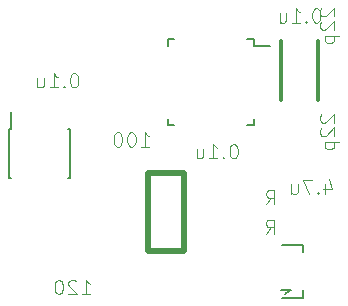
<source format=gbr>
G04 #@! TF.FileFunction,Legend,Bot*
%FSLAX46Y46*%
G04 Gerber Fmt 4.6, Leading zero omitted, Abs format (unit mm)*
G04 Created by KiCad (PCBNEW 4.0.5) date 01/12/17 11:30:12*
%MOMM*%
%LPD*%
G01*
G04 APERTURE LIST*
%ADD10C,0.100000*%
%ADD11C,0.150000*%
%ADD12C,0.300000*%
%ADD13C,0.500000*%
%ADD14C,0.101600*%
G04 APERTURE END LIST*
D10*
D11*
X22625000Y-2875000D02*
X22625000Y-3400000D01*
X15375000Y-2875000D02*
X15375000Y-3400000D01*
X15375000Y-10125000D02*
X15375000Y-9600000D01*
X22625000Y-10125000D02*
X22625000Y-9600000D01*
X22625000Y-2875000D02*
X22100000Y-2875000D01*
X22625000Y-10125000D02*
X22100000Y-10125000D01*
X15375000Y-10125000D02*
X15900000Y-10125000D01*
X15375000Y-2875000D02*
X15900000Y-2875000D01*
X22625000Y-3400000D02*
X24000000Y-3400000D01*
X1925000Y-10425000D02*
X2070000Y-10425000D01*
X1925000Y-14575000D02*
X2070000Y-14575000D01*
X7075000Y-14575000D02*
X6930000Y-14575000D01*
X7075000Y-10425000D02*
X6930000Y-10425000D01*
X1925000Y-10425000D02*
X1925000Y-14575000D01*
X7075000Y-10425000D02*
X7075000Y-14575000D01*
X2070000Y-10425000D02*
X2070000Y-9025000D01*
D12*
X28100000Y-3000000D02*
X28100000Y-8000000D01*
X24900000Y-3000000D02*
X24900000Y-8000000D01*
D13*
X16750000Y-14200000D02*
X13650000Y-14200000D01*
X16750000Y-20800000D02*
X13650000Y-20800000D01*
X13650000Y-20800000D02*
X13650000Y-14200000D01*
X16750000Y-20800000D02*
X16750000Y-14200000D01*
D11*
X25299340Y-24399920D02*
X25599060Y-24151000D01*
X25599060Y-24151000D02*
X25748920Y-24049400D01*
X25748920Y-24049400D02*
X24900560Y-24049400D01*
X26800480Y-24750440D02*
X24999620Y-24750440D01*
X26800480Y-24750440D02*
X26800480Y-24100200D01*
X26800480Y-20249560D02*
X24999620Y-20249560D01*
X26800480Y-20249560D02*
X26800480Y-20899800D01*
D14*
X28695667Y-15138214D02*
X28695667Y-15942548D01*
X28982929Y-14678595D02*
X29270190Y-15540381D01*
X28523310Y-15540381D01*
X28063690Y-15827643D02*
X28006238Y-15885095D01*
X28063690Y-15942548D01*
X28121142Y-15885095D01*
X28063690Y-15827643D01*
X28063690Y-15942548D01*
X27604071Y-14736048D02*
X26799738Y-14736048D01*
X27316809Y-15942548D01*
X25823047Y-15138214D02*
X25823047Y-15942548D01*
X26340118Y-15138214D02*
X26340118Y-15770190D01*
X26282666Y-15885095D01*
X26167761Y-15942548D01*
X25995404Y-15942548D01*
X25880499Y-15885095D01*
X25823047Y-15827643D01*
X28350952Y-229810D02*
X28293500Y-287262D01*
X28236048Y-402167D01*
X28236048Y-689429D01*
X28293500Y-804333D01*
X28350952Y-861786D01*
X28465857Y-919238D01*
X28580762Y-919238D01*
X28753119Y-861786D01*
X29442548Y-172357D01*
X29442548Y-919238D01*
X28350952Y-1378858D02*
X28293500Y-1436310D01*
X28236048Y-1551215D01*
X28236048Y-1838477D01*
X28293500Y-1953381D01*
X28350952Y-2010834D01*
X28465857Y-2068286D01*
X28580762Y-2068286D01*
X28753119Y-2010834D01*
X29442548Y-1321405D01*
X29442548Y-2068286D01*
X28638214Y-2585358D02*
X29844714Y-2585358D01*
X28695667Y-2585358D02*
X28638214Y-2700263D01*
X28638214Y-2930072D01*
X28695667Y-3044977D01*
X28753119Y-3102429D01*
X28868024Y-3159882D01*
X29212738Y-3159882D01*
X29327643Y-3102429D01*
X29385095Y-3044977D01*
X29442548Y-2930072D01*
X29442548Y-2700263D01*
X29385095Y-2585358D01*
X28350952Y-9229810D02*
X28293500Y-9287262D01*
X28236048Y-9402167D01*
X28236048Y-9689429D01*
X28293500Y-9804333D01*
X28350952Y-9861786D01*
X28465857Y-9919238D01*
X28580762Y-9919238D01*
X28753119Y-9861786D01*
X29442548Y-9172357D01*
X29442548Y-9919238D01*
X28350952Y-10378858D02*
X28293500Y-10436310D01*
X28236048Y-10551215D01*
X28236048Y-10838477D01*
X28293500Y-10953381D01*
X28350952Y-11010834D01*
X28465857Y-11068286D01*
X28580762Y-11068286D01*
X28753119Y-11010834D01*
X29442548Y-10321405D01*
X29442548Y-11068286D01*
X28638214Y-11585358D02*
X29844714Y-11585358D01*
X28695667Y-11585358D02*
X28638214Y-11700263D01*
X28638214Y-11930072D01*
X28695667Y-12044977D01*
X28753119Y-12102429D01*
X28868024Y-12159882D01*
X29212738Y-12159882D01*
X29327643Y-12102429D01*
X29385095Y-12044977D01*
X29442548Y-11930072D01*
X29442548Y-11700263D01*
X29385095Y-11585358D01*
X27982929Y-236048D02*
X27868024Y-236048D01*
X27753119Y-293500D01*
X27695667Y-350952D01*
X27638214Y-465857D01*
X27580762Y-695667D01*
X27580762Y-982929D01*
X27638214Y-1212738D01*
X27695667Y-1327643D01*
X27753119Y-1385095D01*
X27868024Y-1442548D01*
X27982929Y-1442548D01*
X28097833Y-1385095D01*
X28155286Y-1327643D01*
X28212738Y-1212738D01*
X28270190Y-982929D01*
X28270190Y-695667D01*
X28212738Y-465857D01*
X28155286Y-350952D01*
X28097833Y-293500D01*
X27982929Y-236048D01*
X27063690Y-1327643D02*
X27006238Y-1385095D01*
X27063690Y-1442548D01*
X27121142Y-1385095D01*
X27063690Y-1327643D01*
X27063690Y-1442548D01*
X25857190Y-1442548D02*
X26546618Y-1442548D01*
X26201904Y-1442548D02*
X26201904Y-236048D01*
X26316809Y-408405D01*
X26431714Y-523310D01*
X26546618Y-580762D01*
X24823047Y-638214D02*
X24823047Y-1442548D01*
X25340118Y-638214D02*
X25340118Y-1270190D01*
X25282666Y-1385095D01*
X25167761Y-1442548D01*
X24995404Y-1442548D01*
X24880499Y-1385095D01*
X24823047Y-1327643D01*
X20982929Y-11736048D02*
X20868024Y-11736048D01*
X20753119Y-11793500D01*
X20695667Y-11850952D01*
X20638214Y-11965857D01*
X20580762Y-12195667D01*
X20580762Y-12482929D01*
X20638214Y-12712738D01*
X20695667Y-12827643D01*
X20753119Y-12885095D01*
X20868024Y-12942548D01*
X20982929Y-12942548D01*
X21097833Y-12885095D01*
X21155286Y-12827643D01*
X21212738Y-12712738D01*
X21270190Y-12482929D01*
X21270190Y-12195667D01*
X21212738Y-11965857D01*
X21155286Y-11850952D01*
X21097833Y-11793500D01*
X20982929Y-11736048D01*
X20063690Y-12827643D02*
X20006238Y-12885095D01*
X20063690Y-12942548D01*
X20121142Y-12885095D01*
X20063690Y-12827643D01*
X20063690Y-12942548D01*
X18857190Y-12942548D02*
X19546618Y-12942548D01*
X19201904Y-12942548D02*
X19201904Y-11736048D01*
X19316809Y-11908405D01*
X19431714Y-12023310D01*
X19546618Y-12080762D01*
X17823047Y-12138214D02*
X17823047Y-12942548D01*
X18340118Y-12138214D02*
X18340118Y-12770190D01*
X18282666Y-12885095D01*
X18167761Y-12942548D01*
X17995404Y-12942548D01*
X17880499Y-12885095D01*
X17823047Y-12827643D01*
X7482929Y-5736048D02*
X7368024Y-5736048D01*
X7253119Y-5793500D01*
X7195667Y-5850952D01*
X7138214Y-5965857D01*
X7080762Y-6195667D01*
X7080762Y-6482929D01*
X7138214Y-6712738D01*
X7195667Y-6827643D01*
X7253119Y-6885095D01*
X7368024Y-6942548D01*
X7482929Y-6942548D01*
X7597833Y-6885095D01*
X7655286Y-6827643D01*
X7712738Y-6712738D01*
X7770190Y-6482929D01*
X7770190Y-6195667D01*
X7712738Y-5965857D01*
X7655286Y-5850952D01*
X7597833Y-5793500D01*
X7482929Y-5736048D01*
X6563690Y-6827643D02*
X6506238Y-6885095D01*
X6563690Y-6942548D01*
X6621142Y-6885095D01*
X6563690Y-6827643D01*
X6563690Y-6942548D01*
X5357190Y-6942548D02*
X6046618Y-6942548D01*
X5701904Y-6942548D02*
X5701904Y-5736048D01*
X5816809Y-5908405D01*
X5931714Y-6023310D01*
X6046618Y-6080762D01*
X4323047Y-6138214D02*
X4323047Y-6942548D01*
X4840118Y-6138214D02*
X4840118Y-6770190D01*
X4782666Y-6885095D01*
X4667761Y-6942548D01*
X4495404Y-6942548D01*
X4380499Y-6885095D01*
X4323047Y-6827643D01*
X13080762Y-11942548D02*
X13770190Y-11942548D01*
X13425476Y-11942548D02*
X13425476Y-10736048D01*
X13540381Y-10908405D01*
X13655286Y-11023310D01*
X13770190Y-11080762D01*
X12333881Y-10736048D02*
X12218976Y-10736048D01*
X12104071Y-10793500D01*
X12046619Y-10850952D01*
X11989166Y-10965857D01*
X11931714Y-11195667D01*
X11931714Y-11482929D01*
X11989166Y-11712738D01*
X12046619Y-11827643D01*
X12104071Y-11885095D01*
X12218976Y-11942548D01*
X12333881Y-11942548D01*
X12448785Y-11885095D01*
X12506238Y-11827643D01*
X12563690Y-11712738D01*
X12621142Y-11482929D01*
X12621142Y-11195667D01*
X12563690Y-10965857D01*
X12506238Y-10850952D01*
X12448785Y-10793500D01*
X12333881Y-10736048D01*
X11184833Y-10736048D02*
X11069928Y-10736048D01*
X10955023Y-10793500D01*
X10897571Y-10850952D01*
X10840118Y-10965857D01*
X10782666Y-11195667D01*
X10782666Y-11482929D01*
X10840118Y-11712738D01*
X10897571Y-11827643D01*
X10955023Y-11885095D01*
X11069928Y-11942548D01*
X11184833Y-11942548D01*
X11299737Y-11885095D01*
X11357190Y-11827643D01*
X11414642Y-11712738D01*
X11472094Y-11482929D01*
X11472094Y-11195667D01*
X11414642Y-10965857D01*
X11357190Y-10850952D01*
X11299737Y-10793500D01*
X11184833Y-10736048D01*
X8080762Y-24442548D02*
X8770190Y-24442548D01*
X8425476Y-24442548D02*
X8425476Y-23236048D01*
X8540381Y-23408405D01*
X8655286Y-23523310D01*
X8770190Y-23580762D01*
X7621142Y-23350952D02*
X7563690Y-23293500D01*
X7448785Y-23236048D01*
X7161523Y-23236048D01*
X7046619Y-23293500D01*
X6989166Y-23350952D01*
X6931714Y-23465857D01*
X6931714Y-23580762D01*
X6989166Y-23753119D01*
X7678595Y-24442548D01*
X6931714Y-24442548D01*
X6184833Y-23236048D02*
X6069928Y-23236048D01*
X5955023Y-23293500D01*
X5897571Y-23350952D01*
X5840118Y-23465857D01*
X5782666Y-23695667D01*
X5782666Y-23982929D01*
X5840118Y-24212738D01*
X5897571Y-24327643D01*
X5955023Y-24385095D01*
X6069928Y-24442548D01*
X6184833Y-24442548D01*
X6299737Y-24385095D01*
X6357190Y-24327643D01*
X6414642Y-24212738D01*
X6472094Y-23982929D01*
X6472094Y-23695667D01*
X6414642Y-23465857D01*
X6357190Y-23350952D01*
X6299737Y-23293500D01*
X6184833Y-23236048D01*
X23658310Y-19347548D02*
X24060476Y-18773024D01*
X24347738Y-19347548D02*
X24347738Y-18141048D01*
X23888119Y-18141048D01*
X23773214Y-18198500D01*
X23715762Y-18255952D01*
X23658310Y-18370857D01*
X23658310Y-18543214D01*
X23715762Y-18658119D01*
X23773214Y-18715571D01*
X23888119Y-18773024D01*
X24347738Y-18773024D01*
X23658310Y-16847548D02*
X24060476Y-16273024D01*
X24347738Y-16847548D02*
X24347738Y-15641048D01*
X23888119Y-15641048D01*
X23773214Y-15698500D01*
X23715762Y-15755952D01*
X23658310Y-15870857D01*
X23658310Y-16043214D01*
X23715762Y-16158119D01*
X23773214Y-16215571D01*
X23888119Y-16273024D01*
X24347738Y-16273024D01*
M02*

</source>
